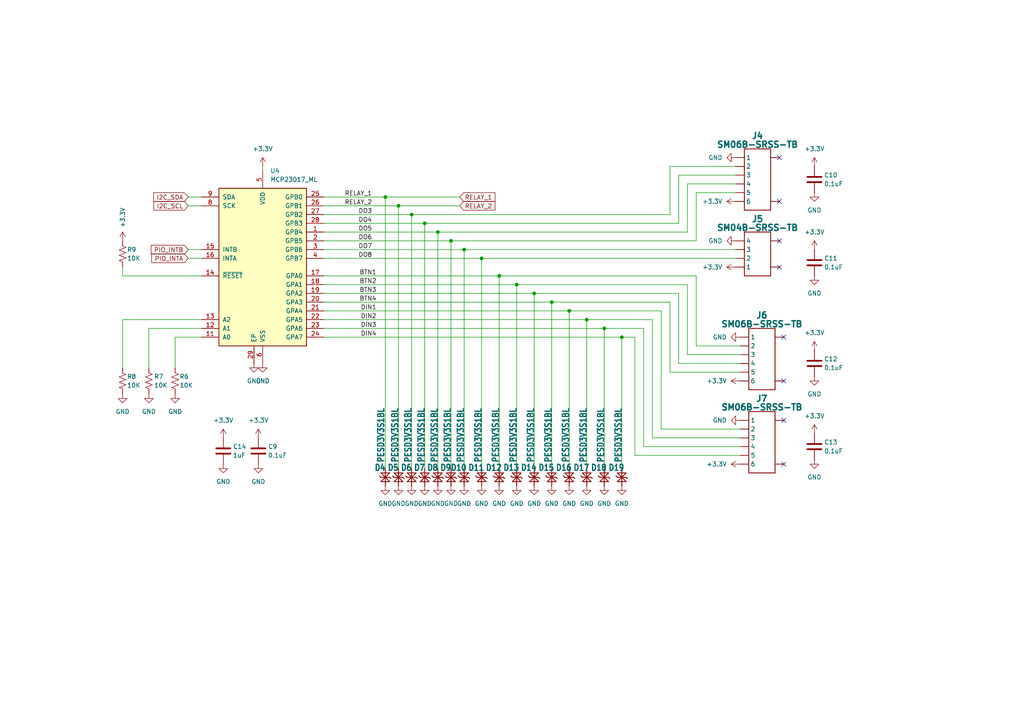
<source format=kicad_sch>
(kicad_sch (version 20231120) (generator "eeschema") (generator_version "8.0")
  (paper "A4")
  (title_block (title "Aquarius") (date "2025-02-12") (rev "1.5") (company "CRG Makes"))
  (lib_symbols
    (symbol "CRGM Connector:JST-SH-4"
      (property "Reference" "J" (at 0 2.794 0))
      (symbol "JST-SH-4_1_0"
        (polyline (pts (xy 0 -10.16) (xy 0 2.54)) (stroke (width 0.254)))
        (polyline (pts (xy 0 2.54) (xy 7.62 2.54)) (stroke (width 0.254)))
        (polyline (pts (xy 7.62 -10.16) (xy 0 -10.16)) (stroke (width 0.254)))
        (polyline (pts (xy 7.62 2.54) (xy 7.62 -10.16)) (stroke (width 0.254)))
        (pin bidirectional line (at 10.16 -7.62 180) (length 2.54) (name "0") (number "0"))
        (pin bidirectional line (at -2.54 -7.62 0) (length 2.54) (name "1") (number "1"))
        (pin bidirectional line (at -2.54 -5.08 0) (length 2.54) (name "2") (number "2"))
        (pin bidirectional line (at -2.54 -2.54 0) (length 2.54) (name "3") (number "3"))
        (pin bidirectional line (at -2.54 0 0) (length 2.54) (name "4") (number "4"))
        (pin bidirectional line (at 10.16 0 180) (length 2.54) (name "5") (number "5"))
      )
    )
    (symbol "CRGM Connector:JST-SH-6"
      (property "Reference" "J" (at 0 2.794 0))
      (symbol "JST-SH-6_1_0"
        (polyline (pts (xy 0 -15.24) (xy 0 2.54)) (stroke (width 0.254)))
        (polyline (pts (xy 0 2.54) (xy 7.62 2.54)) (stroke (width 0.254)))
        (polyline (pts (xy 7.62 -15.24) (xy 0 -15.24)) (stroke (width 0.254)))
        (polyline (pts (xy 7.62 2.54) (xy 7.62 -15.24)) (stroke (width 0.254)))
        (pin bidirectional line (at 10.16 0 180) (length 2.54) (name "0") (number "0"))
        (pin bidirectional line (at -2.54 0 0) (length 2.54) (name "1") (number "1"))
        (pin bidirectional line (at -2.54 -2.54 0) (length 2.54) (name "2") (number "2"))
        (pin bidirectional line (at -2.54 -5.08 0) (length 2.54) (name "3") (number "3"))
        (pin bidirectional line (at -2.54 -7.62 0) (length 2.54) (name "4") (number "4"))
        (pin bidirectional line (at -2.54 -10.16 0) (length 2.54) (name "5") (number "5"))
        (pin bidirectional line (at -2.54 -12.7 0) (length 2.54) (name "6") (number "6"))
        (pin bidirectional line (at 10.16 -12.7 180) (length 2.54) (name "7") (number "7"))
      )
    )
    (symbol "CRGM Passive:PESD3V3S1BL"
      (property "Reference" "D" (at -4.318 2.286 0))
      (symbol "PESD3V3S1BL_1_0"
        (polyline (pts (xy -2.54 0) (xy 2.54 0)) (stroke (width 0.254)))
        (polyline (pts (xy -1.27 -1.27) (xy -1.27 1.27)) (stroke (width 0.254)))
        (polyline (pts (xy -1.27 1.27) (xy -0.0101 0.0101)) (stroke (width 0.254)))
        (polyline (pts (xy -0.3445 -1.6043) (xy -0.3573 -1.6043)) (stroke (width 0.254)))
        (polyline (pts (xy -0.0101 -1.27) (xy -0.3445 -1.6043)) (stroke (width 0.254)))
        (polyline (pts (xy -0.0101 -0.0101) (xy -1.27 -1.27)) (stroke (width 0.254)))
        (polyline (pts (xy -0.0101 0.0101) (xy -0.0101 -0.0101)) (stroke (width 0.254)))
        (polyline (pts (xy -0.0101 1.2955) (xy -0.0101 -1.27)) (stroke (width 0.254)))
        (polyline (pts (xy -0.0101 1.2955) (xy 0.3778 1.6835)) (stroke (width 0.254)))
        (polyline (pts (xy 0.0101 -0.0101) (xy 1.27 -1.27)) (stroke (width 0.254)))
        (polyline (pts (xy 0.0101 0.0101) (xy 0.0101 -0.0101)) (stroke (width 0.254)))
        (polyline (pts (xy 0.3778 1.6835) (xy 0.3981 1.6835)) (stroke (width 0.254)))
        (polyline (pts (xy 1.27 -1.27) (xy 1.27 1.27)) (stroke (width 0.254)))
        (polyline (pts (xy 1.27 1.27) (xy 0.0101 0.0101)) (stroke (width 0.254)))
        (pin bidirectional line (at -2.54 0 0) (length 0) (name "K1") (number "1"))
        (pin bidirectional line (at 2.54 0 180) (length 0) (name "K2") (number "2"))
      )
    )
    (symbol "Device:C" (pin_numbers hide) (pin_names (offset 0.254))
      (property "Reference" "C" (at 0.635 2.54 0))
      (property "Value" "C" (at 0.635 -2.54 0))
      (symbol "C_0_1"
        (polyline (pts (xy -2.032 -0.762) (xy 2.032 -0.762)) (stroke (width 0.508)))
        (polyline (pts (xy -2.032 0.762) (xy 2.032 0.762)) (stroke (width 0.508)))
      )
      (symbol "C_1_1"
        (pin passive line (at 0 3.81 270) (length 2.794) (name "~") (number "1"))
        (pin passive line (at 0 -3.81 90) (length 2.794) (name "~") (number "2"))
      )
    )
    (symbol "Device:R_US" (pin_numbers hide) (pin_names (offset 0))
      (property "Reference" "R" (at 2.54 0 90))
      (property "Value" "R_US" (at -2.54 0 90))
      (symbol "R_US_0_1"
        (polyline (pts (xy 0 -2.286) (xy 0 -2.54)))
        (polyline (pts (xy 0 2.286) (xy 0 2.54)))
        (polyline (pts (xy 0 -0.762) (xy 1.016 -1.143) (xy 0 -1.524) (xy -1.016 -1.905) (xy 0 -2.286)))
        (polyline (pts (xy 0 0.762) (xy 1.016 0.381) (xy 0 0) (xy -1.016 -0.381) (xy 0 -0.762)))
        (polyline (pts (xy 0 2.286) (xy 1.016 1.905) (xy 0 1.524) (xy -1.016 1.143) (xy 0 0.762)))
      )
      (symbol "R_US_1_1"
        (pin passive line (at 0 3.81 270) (length 1.27) (name "~") (number "1"))
        (pin passive line (at 0 -3.81 90) (length 1.27) (name "~") (number "2"))
      )
    )
    (symbol "Interface_Expansion:MCP23017_ML" (pin_names (offset 1.016))
      (property "Reference" "U" (at -11.43 24.13 0))
      (property "Value" "MCP23017_ML" (at 0 0 0))
      (symbol "MCP23017_ML_0_1"
        (rectangle (start -12.7 22.86) (end 12.7 -22.86) (stroke (width 0.254)) (fill (type background)))
      )
      (symbol "MCP23017_ML_1_1"
        (pin bidirectional line (at 17.78 10.16 180) (length 5.08) (name "GPB4") (number "1"))
        (pin no_connect line (at -12.7 12.7 0) (length 5.08) hide (name "NC") (number "10"))
        (pin input line (at -17.78 -20.32 0) (length 5.08) (name "A0") (number "11"))
        (pin input line (at -17.78 -17.78 0) (length 5.08) (name "A1") (number "12"))
        (pin input line (at -17.78 -15.24 0) (length 5.08) (name "A2") (number "13"))
        (pin input line (at -17.78 -2.54 0) (length 5.08) (name "~{RESET}") (number "14"))
        (pin tri_state line (at -17.78 5.08 0) (length 5.08) (name "INTB") (number "15"))
        (pin tri_state line (at -17.78 2.54 0) (length 5.08) (name "INTA") (number "16"))
        (pin bidirectional line (at 17.78 -2.54 180) (length 5.08) (name "GPA0") (number "17"))
        (pin bidirectional line (at 17.78 -5.08 180) (length 5.08) (name "GPA1") (number "18"))
        (pin bidirectional line (at 17.78 -7.62 180) (length 5.08) (name "GPA2") (number "19"))
        (pin bidirectional line (at 17.78 7.62 180) (length 5.08) (name "GPB5") (number "2"))
        (pin bidirectional line (at 17.78 -10.16 180) (length 5.08) (name "GPA3") (number "20"))
        (pin bidirectional line (at 17.78 -12.7 180) (length 5.08) (name "GPA4") (number "21"))
        (pin bidirectional line (at 17.78 -15.24 180) (length 5.08) (name "GPA5") (number "22"))
        (pin bidirectional line (at 17.78 -17.78 180) (length 5.08) (name "GPA6") (number "23"))
        (pin output line (at 17.78 -20.32 180) (length 5.08) (name "GPA7") (number "24"))
        (pin bidirectional line (at 17.78 20.32 180) (length 5.08) (name "GPB0") (number "25"))
        (pin bidirectional line (at 17.78 17.78 180) (length 5.08) (name "GPB1") (number "26"))
        (pin bidirectional line (at 17.78 15.24 180) (length 5.08) (name "GPB2") (number "27"))
        (pin bidirectional line (at 17.78 12.7 180) (length 5.08) (name "GPB3") (number "28"))
        (pin passive line (at -2.54 -27.94 90) (length 5.08) (name "EP") (number "29"))
        (pin bidirectional line (at 17.78 5.08 180) (length 5.08) (name "GPB6") (number "3"))
        (pin output line (at 17.78 2.54 180) (length 5.08) (name "GPB7") (number "4"))
        (pin power_in line (at 0 27.94 270) (length 5.08) (name "VDD") (number "5"))
        (pin power_in line (at 0 -27.94 90) (length 5.08) (name "VSS") (number "6"))
        (pin no_connect line (at -12.7 15.24 0) (length 5.08) hide (name "NC") (number "7"))
        (pin input line (at -17.78 17.78 0) (length 5.08) (name "SCK") (number "8"))
        (pin bidirectional line (at -17.78 20.32 0) (length 5.08) (name "SDA") (number "9"))
      )
    )
    (symbol "power:+3.3V" (power) (pin_numbers hide) (pin_names (offset 0) hide)
      (property "Value" "+3.3V" (at 0 3.556 0))
      (symbol "+3.3V_0_1"
        (polyline (pts (xy -0.762 1.27) (xy 0 2.54)))
        (polyline (pts (xy 0 0) (xy 0 2.54)))
        (polyline (pts (xy 0 2.54) (xy 0.762 1.27)))
      )
      (symbol "+3.3V_1_1"
        (pin power_in line (at 0 0 90) (length 0) (name "~") (number "1"))
      )
    )
    (symbol "power:GND" (power) (pin_numbers hide) (pin_names (offset 0) hide)
      (property "Value" "GND" (at 0 -3.81 0))
      (symbol "GND_0_1"
        (polyline (pts (xy 0 0) (xy 0 -1.27) (xy 1.27 -1.27) (xy 0 -2.54) (xy -1.27 -1.27) (xy 0 -1.27)))
      )
      (symbol "GND_1_1"
        (pin power_in line (at 0 0 270) (length 0) (name "~") (number "1"))
      )
    )
  )
  (junction (at 119.38 62.23))
  (junction (at 139.7 74.93))
  (junction (at 134.62 72.39))
  (junction (at 154.94 85.09))
  (junction (at 165.1 90.17))
  (junction (at 175.26 95.25))
  (junction (at 180.34 97.79))
  (junction (at 127 67.31))
  (junction (at 111.76 57.15))
  (junction (at 130.81 69.85))
  (junction (at 123.19 64.77))
  (junction (at 149.86 82.55))
  (junction (at 144.78 80.01))
  (junction (at 170.18 92.71))
  (junction (at 115.57 59.69))
  (junction (at 160.02 87.63))
  (no_connect (at 226.06 45.72))
  (no_connect (at 226.06 77.47))
  (no_connect (at 227.33 97.79))
  (no_connect (at 227.33 110.49))
  (no_connect (at 227.33 121.92))
  (no_connect (at 226.06 58.42))
  (no_connect (at 226.06 69.85))
  (no_connect (at 227.33 134.62))
  (wire (pts (xy 130.81 69.85) (xy 201.93 69.85)))
  (wire (pts (xy 127 67.31) (xy 199.39 67.31)))
  (wire (pts (xy 123.19 64.77) (xy 123.19 135.89)))
  (wire (pts (xy 43.18 95.25) (xy 43.18 106.68)))
  (wire (pts (xy 115.57 59.69) (xy 115.57 135.89)))
  (wire (pts (xy 196.85 50.8) (xy 213.36 50.8)))
  (wire (pts (xy 93.98 62.23) (xy 119.38 62.23)))
  (wire (pts (xy 54.61 74.93) (xy 58.42 74.93)))
  (wire (pts (xy 165.1 90.17) (xy 191.77 90.17)))
  (wire (pts (xy 58.42 95.25) (xy 43.18 95.25)))
  (wire (pts (xy 170.18 92.71) (xy 170.18 135.89)))
  (wire (pts (xy 54.61 72.39) (xy 58.42 72.39)))
  (wire (pts (xy 58.42 97.79) (xy 50.8 97.79)))
  (wire (pts (xy 93.98 64.77) (xy 123.19 64.77)))
  (wire (pts (xy 214.63 127) (xy 189.23 127)))
  (wire (pts (xy 196.85 105.41) (xy 196.85 85.09)))
  (wire (pts (xy 93.98 82.55) (xy 149.86 82.55)))
  (wire (pts (xy 201.93 80.01) (xy 201.93 100.33)))
  (wire (pts (xy 180.34 97.79) (xy 180.34 135.89)))
  (wire (pts (xy 214.63 105.41) (xy 196.85 105.41)))
  (wire (pts (xy 35.56 80.01) (xy 58.42 80.01)))
  (wire (pts (xy 134.62 72.39) (xy 134.62 135.89)))
  (wire (pts (xy 175.26 95.25) (xy 186.69 95.25)))
  (wire (pts (xy 93.98 97.79) (xy 180.34 97.79)))
  (wire (pts (xy 54.61 57.15) (xy 58.42 57.15)))
  (wire (pts (xy 93.98 92.71) (xy 170.18 92.71)))
  (wire (pts (xy 201.93 55.88) (xy 213.36 55.88)))
  (wire (pts (xy 180.34 97.79) (xy 184.15 97.79)))
  (wire (pts (xy 93.98 69.85) (xy 130.81 69.85)))
  (wire (pts (xy 191.77 124.46) (xy 191.77 90.17)))
  (wire (pts (xy 50.8 97.79) (xy 50.8 106.68)))
  (wire (pts (xy 213.36 53.34) (xy 199.39 53.34)))
  (wire (pts (xy 160.02 87.63) (xy 194.31 87.63)))
  (wire (pts (xy 186.69 95.25) (xy 186.69 129.54)))
  (wire (pts (xy 119.38 62.23) (xy 194.31 62.23)))
  (wire (pts (xy 93.98 67.31) (xy 127 67.31)))
  (wire (pts (xy 194.31 107.95) (xy 194.31 87.63)))
  (wire (pts (xy 186.69 129.54) (xy 214.63 129.54)))
  (wire (pts (xy 201.93 69.85) (xy 201.93 55.88)))
  (wire (pts (xy 154.94 85.09) (xy 154.94 135.89)))
  (wire (pts (xy 93.98 95.25) (xy 175.26 95.25)))
  (wire (pts (xy 201.93 100.33) (xy 214.63 100.33)))
  (wire (pts (xy 123.19 64.77) (xy 196.85 64.77)))
  (wire (pts (xy 54.61 59.69) (xy 58.42 59.69)))
  (wire (pts (xy 134.62 72.39) (xy 213.36 72.39)))
  (wire (pts (xy 130.81 135.89) (xy 130.81 69.85)))
  (wire (pts (xy 154.94 85.09) (xy 196.85 85.09)))
  (wire (pts (xy 35.56 92.71) (xy 35.56 106.68)))
  (wire (pts (xy 111.76 57.15) (xy 133.35 57.15)))
  (wire (pts (xy 214.63 107.95) (xy 194.31 107.95)))
  (wire (pts (xy 76.2 48.26) (xy 76.2 49.53)))
  (wire (pts (xy 93.98 59.69) (xy 115.57 59.69)))
  (wire (pts (xy 199.39 102.87) (xy 199.39 82.55)))
  (wire (pts (xy 175.26 95.25) (xy 175.26 135.89)))
  (wire (pts (xy 58.42 92.71) (xy 35.56 92.71)))
  (wire (pts (xy 144.78 80.01) (xy 201.93 80.01)))
  (wire (pts (xy 160.02 87.63) (xy 160.02 135.89)))
  (wire (pts (xy 144.78 80.01) (xy 144.78 135.89)))
  (wire (pts (xy 93.98 87.63) (xy 160.02 87.63)))
  (wire (pts (xy 199.39 53.34) (xy 199.39 67.31)))
  (wire (pts (xy 139.7 74.93) (xy 213.36 74.93)))
  (wire (pts (xy 184.15 132.08) (xy 184.15 97.79)))
  (wire (pts (xy 214.63 102.87) (xy 199.39 102.87)))
  (wire (pts (xy 165.1 90.17) (xy 165.1 135.89)))
  (wire (pts (xy 213.36 48.26) (xy 194.31 48.26)))
  (wire (pts (xy 119.38 62.23) (xy 119.38 135.89)))
  (wire (pts (xy 93.98 74.93) (xy 139.7 74.93)))
  (wire (pts (xy 194.31 48.26) (xy 194.31 62.23)))
  (wire (pts (xy 214.63 124.46) (xy 191.77 124.46)))
  (wire (pts (xy 111.76 57.15) (xy 111.76 135.89)))
  (wire (pts (xy 93.98 72.39) (xy 134.62 72.39)))
  (wire (pts (xy 149.86 135.89) (xy 149.86 82.55)))
  (wire (pts (xy 93.98 90.17) (xy 165.1 90.17)))
  (wire (pts (xy 139.7 74.93) (xy 139.7 135.89)))
  (wire (pts (xy 127 67.31) (xy 127 135.89)))
  (wire (pts (xy 189.23 127) (xy 189.23 92.71)))
  (wire (pts (xy 93.98 80.01) (xy 144.78 80.01)))
  (wire (pts (xy 196.85 64.77) (xy 196.85 50.8)))
  (wire (pts (xy 149.86 82.55) (xy 199.39 82.55)))
  (wire (pts (xy 115.57 59.69) (xy 133.35 59.69)))
  (wire (pts (xy 214.63 132.08) (xy 184.15 132.08)))
  (wire (pts (xy 35.56 77.47) (xy 35.56 80.01)))
  (wire (pts (xy 93.98 57.15) (xy 111.76 57.15)))
  (wire (pts (xy 93.98 85.09) (xy 154.94 85.09)))
  (wire (pts (xy 170.18 92.71) (xy 189.23 92.71)))
  (label "RELAY_2" (at 107.95 59.69 180))
  (label "DO3" (at 107.95 62.23 180))
  (label "DO5" (at 107.95 67.31 180))
  (label "BTN1" (at 109.22 80.01 180))
  (label "BTN4" (at 109.22 87.63 180))
  (label "DIN4" (at 109.22 97.79 180))
  (label "DIN3" (at 109.22 95.25 180))
  (label "RELAY_1" (at 107.95 57.15 180))
  (label "BTN2" (at 109.22 82.55 180))
  (label "DO4" (at 107.95 64.77 180))
  (label "DO8" (at 107.95 74.93 180))
  (label "BTN3" (at 109.22 85.09 180))
  (label "DIN1" (at 109.22 90.17 180))
  (label "DO7" (at 107.95 72.39 180))
  (label "DO6" (at 107.95 69.85 180))
  (label "DIN2" (at 109.22 92.71 180))
  (global_label "I2C_SCL" (shape input) (at 54.61 59.69 180) (property "Intersheetrefs" "${INTERSHEET_REFS}" (at 44.0653 59.69 0) (effects (justify right))))
  (global_label "RELAY_1" (shape input) (at 133.35 57.15 0) (property "Intersheetrefs" "${INTERSHEET_REFS}" (at 144.1366 57.15 0) (effects (justify left))))
  (global_label "I2C_SDA" (shape input) (at 54.61 57.15 180) (property "Intersheetrefs" "${INTERSHEET_REFS}" (at 44.0048 57.15 0) (effects (justify right))))
  (global_label "PIO_INTB" (shape input) (at 54.61 72.39 180) (property "Intersheetrefs" "${INTERSHEET_REFS}" (at 43.279 72.39 0) (effects (justify right))))
  (global_label "RELAY_2" (shape input) (at 133.35 59.69 0) (property "Intersheetrefs" "${INTERSHEET_REFS}" (at 144.1366 59.69 0) (effects (justify left))))
  (global_label "PIO_INTA" (shape input) (at 54.61 74.93 180) (property "Intersheetrefs" "${INTERSHEET_REFS}" (at 43.4604 74.93 0) (effects (justify right))))
  (symbol (lib_id "power:GND") (at 134.62 140.97 0) (unit 1)
    (property "Reference" "#PWR055" (effects (hide yes)))
    (property "Value" "GND" (at 134.62 146.05 0))
    (property "Description" "Power symbol creates a global label with name \"GND\" , ground" (effects (hide yes)))
  )
  (symbol (lib_id "power:+3.3V") (at 213.36 58.42 90) (unit 1)
    (property "Reference" "#PWR041" (effects (hide yes)))
    (property "Value" "+3.3V" (at 209.55 58.4199 90) (effects (justify left)))
    (property "Description" "Power symbol creates a global label with name \"+3.3V\"" (effects (hide yes)))
  )
  (symbol (lib_id "Device:R_US") (at 43.18 110.49 0) (unit 1)
    (property "Reference" "R7" (at 44.704 109.22 0) (effects (justify left)))
    (property "Value" "10K" (at 44.704 111.76 0) (effects (justify left)))
    (property "Footprint" "Resistor_SMD:R_0603_1608Metric" (effects (hide yes)))
    (property "Datasheet" "https://wmsc.lcsc.com/wmsc/upload/file/pdf/v2/lcsc/2308241009_FOJAN-FRC0603J103TS_C2930027.pdf" (effects (hide yes)))
    (property "Description" "Resistor, US symbol" (effects (hide yes)))
    (property "LCSC_PN" "C2930027" (effects (hide yes)))
    (property "MF" "FOJAN" (effects (hide yes)))
    (property "MPN" "FRC0603J103TS" (effects (hide yes)))
  )
  (symbol (lib_id "Device:C") (at 236.22 129.54 0) (unit 1)
    (property "Reference" "C13" (at 239.014 128.27 0) (effects (justify left)))
    (property "Value" "0.1uF" (at 239.014 130.81 0) (effects (justify left)))
    (property "Footprint" "Capacitor_SMD:C_0603_1608Metric" (effects (hide yes)))
    (property "Datasheet" "https://www.lcsc.com/datasheet/lcsc_datasheet_1810271710_Samsung-Electro-Mechanics-CL10B104KO8NNNC_C66501.pdf" (effects (hide yes)))
    (property "Description" "Unpolarized capacitor" (effects (hide yes)))
    (property "LCSC_PN" "C66501" (effects (hide yes)))
    (property "MF" "Samsung" (effects (hide yes)))
    (property "MPN" "CL10B104KO8NNNC" (effects (hide yes)))
  )
  (symbol (lib_id "CRGM Connector:JST-SH-6") (at 217.17 97.79 0) (unit 1)
    (property "Reference" "J6" (at 220.98 91.44 0) (effects (font (size 1.778 1.778) (thickness 0.3556) (bold yes))))
    (property "Value" "SM06B-SRSS-TB" (at 220.98 93.98 0) (effects (font (size 1.778 1.778) (thickness 0.3556) (bold yes))))
    (property "Footprint" "Connector_JST:JST_SH_BM06B-SRSS-TB_1x06-1MP_P1.00mm_Vertical" (effects (hide yes)))
    (property "Datasheet" "https://www.digikey.com/en/products/detail/jst-sales-america-inc/BM06B-SRSS-TB/926698" (effects (hide yes)))
    (property "Description" "JST SH 1.0mm 6 Position<br><a href=\"https://jlcpcb.com/partdetail/Hctl-HC_1_06PWT/C2845365\">HC-1.0-6PWT</a>" (effects (hide yes)))
    (property "LCSC_PN" "C2845374" (effects (hide yes)))
    (property "MF" "JST" (effects (hide yes)))
    (property "MPN" "SM06B-SRSS-TB" (effects (hide yes)))
  )
  (symbol (lib_id "power:+3.3V") (at 35.56 69.85 0) (unit 1)
    (property "Reference" "#PWR038" (effects (hide yes)))
    (property "Value" "+3.3V" (at 35.5599 66.04 90) (effects (justify left)))
    (property "Description" "Power symbol creates a global label with name \"+3.3V\"" (effects (hide yes)))
  )
  (symbol (lib_id "CRGM Passive:PESD3V3S1BL") (at 160.02 138.43 90) (unit 1)
    (property "Reference" "D15" (at 155.956 135.636 90) (effects (font (size 1.778 1.5113) (thickness 0.3023) (bold yes)) (justify right)))
    (property "Value" "PESD3V3S1BL" (at 159.004 118.11 0) (effects (font (size 1.778 1.5113) (thickness 0.3023) (bold yes)) (justify right)))
    (property "Footprint" "CRGM Passive:DFN1006-2" (effects (hide yes)))
    (property "Datasheet" "https://assets.nexperia.com/documents/data-sheet/PESD3V3S1BL.pdf" (effects (hide yes)))
    (property "Description" "PESD3V3S1BL - Low capacitance bidirectional ESD protection diode\n\nVrwm=3.3v\nSource: https://assets.nexperia.com/documents/data-sheet/PESD3V3S1BL.pdf  Datasheet\nJLCPCB - C552521  Alternate https://jlcpcb.com/partdetail/DiodesIncorporated-DESD3V3S1BL7B/C500765 DESD3V3S1BL\nJLCPCB - C500765\nhttps://jlcpcb.com/partdetail/Fuxinsemi-LESD8D33CAT5G/C5563754 LESD8D3.3CAT5G\nJLCPCB - C5563754" (effects (hide yes)))
    (property "LCSC_PN" "C552521" (effects (hide yes)))
    (property "MF" "Nexperia" (effects (hide yes)))
    (property "MPN" "PESD3V3S1BLYL" (effects (hide yes)))
  )
  (symbol (lib_id "power:GND") (at 154.94 140.97 0) (unit 1)
    (property "Reference" "#PWR059" (effects (hide yes)))
    (property "Value" "GND" (at 154.94 146.05 0))
    (property "Description" "Power symbol creates a global label with name \"GND\" , ground" (effects (hide yes)))
  )
  (symbol (lib_id "power:GND") (at 127 140.97 0) (unit 1)
    (property "Reference" "#PWR053" (effects (hide yes)))
    (property "Value" "GND" (at 127 146.05 0))
    (property "Description" "Power symbol creates a global label with name \"GND\" , ground" (effects (hide yes)))
  )
  (symbol (lib_id "Interface_Expansion:MCP23017_ML") (at 76.2 77.47 0) (unit 1)
    (property "Reference" "U4" (at 78.3941 49.53 0) (effects (justify left)))
    (property "Value" "MCP23017_ML" (at 78.3941 52.07 0) (effects (justify left)))
    (property "Footprint" "Package_DFN_QFN:QFN-28-1EP_6x6mm_P0.65mm_EP4.25x4.25mm" (effects (hide yes)))
    (property "Datasheet" "https://ww1.microchip.com/downloads/aemDocuments/documents/APID/ProductDocuments/DataSheets/MCP23017-Data-Sheet-DS20001952.pdf" (effects (hide yes)))
    (property "Description" "16-bit I/O expander, I2C, interrupts, w pull-ups, GPA/B7 output only (https://microchip.my.site.com/s/article/GPA7---GPB7-Cannot-Be-Used-as-Inputs-In-MCP23017), QFN-28" (effects (hide yes)))
    (property "LCSC_PN" "C629439" (effects (hide yes)))
    (property "MF" "Microchip Tech" (effects (hide yes)))
    (property "MPN" "MCP23017T-E/ML" (effects (hide yes)))
  )
  (symbol (lib_id "CRGM Passive:PESD3V3S1BL") (at 144.78 138.43 90) (unit 1)
    (property "Reference" "D12" (at 140.716 135.636 90) (effects (font (size 1.778 1.5113) (thickness 0.3023) (bold yes)) (justify right)))
    (property "Value" "PESD3V3S1BL" (at 143.764 118.11 0) (effects (font (size 1.778 1.5113) (thickness 0.3023) (bold yes)) (justify right)))
    (property "Footprint" "CRGM Passive:DFN1006-2" (effects (hide yes)))
    (property "Datasheet" "https://assets.nexperia.com/documents/data-sheet/PESD3V3S1BL.pdf" (effects (hide yes)))
    (property "Description" "PESD3V3S1BL - Low capacitance bidirectional ESD protection diode\n\nVrwm=3.3v\nSource: https://assets.nexperia.com/documents/data-sheet/PESD3V3S1BL.pdf  Datasheet\nJLCPCB - C552521  Alternate https://jlcpcb.com/partdetail/DiodesIncorporated-DESD3V3S1BL7B/C500765 DESD3V3S1BL\nJLCPCB - C500765\nhttps://jlcpcb.com/partdetail/Fuxinsemi-LESD8D33CAT5G/C5563754 LESD8D3.3CAT5G\nJLCPCB - C5563754" (effects (hide yes)))
    (property "LCSC_PN" "C552521" (effects (hide yes)))
    (property "MF" "Nexperia" (effects (hide yes)))
    (property "MPN" "PESD3V3S1BLYL" (effects (hide yes)))
  )
  (symbol (lib_id "power:+3.3V") (at 74.93 127 0) (unit 1)
    (property "Reference" "#PWR040" (effects (hide yes)))
    (property "Value" "+3.3V" (at 74.93 121.92 0))
    (property "Description" "Power symbol creates a global label with name \"+3.3V\"" (effects (hide yes)))
  )
  (symbol (lib_id "CRGM Passive:PESD3V3S1BL") (at 139.7 138.43 90) (unit 1)
    (property "Reference" "D11" (at 135.636 135.636 90) (effects (font (size 1.778 1.5113) (thickness 0.3023) (bold yes)) (justify right)))
    (property "Value" "PESD3V3S1BL" (at 138.684 118.11 0) (effects (font (size 1.778 1.5113) (thickness 0.3023) (bold yes)) (justify right)))
    (property "Footprint" "CRGM Passive:DFN1006-2" (effects (hide yes)))
    (property "Datasheet" "https://assets.nexperia.com/documents/data-sheet/PESD3V3S1BL.pdf" (effects (hide yes)))
    (property "Description" "PESD3V3S1BL - Low capacitance bidirectional ESD protection diode\n\nVrwm=3.3v\nSource: https://assets.nexperia.com/documents/data-sheet/PESD3V3S1BL.pdf  Datasheet\nJLCPCB - C552521  Alternate https://jlcpcb.com/partdetail/DiodesIncorporated-DESD3V3S1BL7B/C500765 DESD3V3S1BL\nJLCPCB - C500765\nhttps://jlcpcb.com/partdetail/Fuxinsemi-LESD8D33CAT5G/C5563754 LESD8D3.3CAT5G\nJLCPCB - C5563754" (effects (hide yes)))
    (property "LCSC_PN" "C552521" (effects (hide yes)))
    (property "MF" "Nexperia" (effects (hide yes)))
    (property "MPN" "PESD3V3S1BLYL" (effects (hide yes)))
  )
  (symbol (lib_id "power:GND") (at 213.36 69.85 270) (unit 1)
    (property "Reference" "#PWR047" (effects (hide yes)))
    (property "Value" "GND" (at 209.55 69.8499 90) (effects (justify right)))
    (property "Description" "Power symbol creates a global label with name \"GND\" , ground" (effects (hide yes)))
  )
  (symbol (lib_id "power:+3.3V") (at 236.22 48.26 0) (unit 1)
    (property "Reference" "#PWR065" (effects (hide yes)))
    (property "Value" "+3.3V" (at 236.22 43.18 0))
    (property "Description" "Power symbol creates a global label with name \"+3.3V\"" (effects (hide yes)))
  )
  (symbol (lib_id "power:+3.3V") (at 214.63 110.49 90) (unit 1)
    (property "Reference" "#PWR044" (effects (hide yes)))
    (property "Value" "+3.3V" (at 210.82 110.4899 90) (effects (justify left)))
    (property "Description" "Power symbol creates a global label with name \"+3.3V\"" (effects (hide yes)))
  )
  (symbol (lib_id "power:+3.3V") (at 76.2 48.26 0) (unit 1)
    (property "Reference" "#PWR033" (effects (hide yes)))
    (property "Value" "+3.3V" (at 76.2 43.18 0))
    (property "Description" "Power symbol creates a global label with name \"+3.3V\"" (effects (hide yes)))
  )
  (symbol (lib_id "power:GND") (at 236.22 55.88 0) (unit 1)
    (property "Reference" "#PWR066" (effects (hide yes)))
    (property "Value" "GND" (at 236.22 60.96 0))
    (property "Description" "Power symbol creates a global label with name \"GND\" , ground" (effects (hide yes)))
  )
  (symbol (lib_id "power:GND") (at 214.63 121.92 270) (unit 1)
    (property "Reference" "#PWR045" (effects (hide yes)))
    (property "Value" "GND" (at 210.82 121.9199 90) (effects (justify right)))
    (property "Description" "Power symbol creates a global label with name \"GND\" , ground" (effects (hide yes)))
  )
  (symbol (lib_id "power:GND") (at 35.56 114.3 0) (unit 1)
    (property "Reference" "#PWR034" (effects (hide yes)))
    (property "Value" "GND" (at 35.56 119.38 0))
    (property "Description" "Power symbol creates a global label with name \"GND\" , ground" (effects (hide yes)))
  )
  (symbol (lib_id "power:+3.3V") (at 236.22 125.73 0) (unit 1)
    (property "Reference" "#PWR071" (effects (hide yes)))
    (property "Value" "+3.3V" (at 236.22 120.65 0))
    (property "Description" "Power symbol creates a global label with name \"+3.3V\"" (effects (hide yes)))
  )
  (symbol (lib_id "power:GND") (at 73.66 105.41 0) (unit 1)
    (property "Reference" "#PWR023" (effects (hide yes)))
    (property "Value" "GND" (at 73.66 110.49 0))
    (property "Description" "Power symbol creates a global label with name \"GND\" , ground" (effects (hide yes)))
  )
  (symbol (lib_id "Device:C") (at 64.77 130.81 0) (unit 1)
    (property "Reference" "C14" (at 67.564 129.54 0) (effects (justify left)))
    (property "Value" "1uF" (at 67.564 132.08 0) (effects (justify left)))
    (property "Footprint" "Capacitor_SMD:C_0603_1608Metric" (effects (hide yes)))
    (property "Datasheet" "https://jlcpcb.com/partdetail/Hre-CGA0603X5R105K160JT/C6119849" (effects (hide yes)))
    (property "Description" "Unpolarized capacitor" (effects (hide yes)))
    (property "LCSC_PN" "C6119849" (effects (hide yes)))
    (property "MF" "HRE" (effects (hide yes)))
    (property "MPN" "CGA0603X5R105K160JT" (effects (hide yes)))
  )
  (symbol (lib_id "Device:C") (at 236.22 52.07 0) (unit 1)
    (property "Reference" "C10" (at 239.014 50.8 0) (effects (justify left)))
    (property "Value" "0.1uF" (at 239.014 53.34 0) (effects (justify left)))
    (property "Footprint" "Capacitor_SMD:C_0603_1608Metric" (effects (hide yes)))
    (property "Datasheet" "https://www.lcsc.com/datasheet/lcsc_datasheet_1810271710_Samsung-Electro-Mechanics-CL10B104KO8NNNC_C66501.pdf" (effects (hide yes)))
    (property "Description" "Unpolarized capacitor" (effects (hide yes)))
    (property "LCSC_PN" "C66501" (effects (hide yes)))
    (property "MF" "Samsung" (effects (hide yes)))
    (property "MPN" "CL10B104KO8NNNC" (effects (hide yes)))
  )
  (symbol (lib_id "power:GND") (at 119.38 140.97 0) (unit 1)
    (property "Reference" "#PWR051" (effects (hide yes)))
    (property "Value" "GND" (at 119.38 146.05 0))
    (property "Description" "Power symbol creates a global label with name \"GND\" , ground" (effects (hide yes)))
  )
  (symbol (lib_id "CRGM Connector:JST-SH-6") (at 217.17 121.92 0) (unit 1)
    (property "Reference" "J7" (at 220.98 115.57 0) (effects (font (size 1.778 1.778) (thickness 0.3556) (bold yes))))
    (property "Value" "SM06B-SRSS-TB" (at 220.98 118.11 0) (effects (font (size 1.778 1.778) (thickness 0.3556) (bold yes))))
    (property "Footprint" "Connector_JST:JST_SH_BM06B-SRSS-TB_1x06-1MP_P1.00mm_Vertical" (effects (hide yes)))
    (property "Datasheet" "https://www.digikey.com/en/products/detail/jst-sales-america-inc/BM06B-SRSS-TB/926698" (effects (hide yes)))
    (property "Description" "JST SH 1.0mm 6 Position<br><a href=\"https://jlcpcb.com/partdetail/Hctl-HC_1_06PWT/C2845365\">HC-1.0-6PWT</a>" (effects (hide yes)))
    (property "LCSC_PN" "C2845374" (effects (hide yes)))
    (property "MF" "JST" (effects (hide yes)))
    (property "MPN" "SM06B-SRSS-TB" (effects (hide yes)))
  )
  (symbol (lib_id "power:GND") (at 213.36 45.72 270) (unit 1)
    (property "Reference" "#PWR042" (effects (hide yes)))
    (property "Value" "GND" (at 209.55 45.7199 90) (effects (justify right)))
    (property "Description" "Power symbol creates a global label with name \"GND\" , ground" (effects (hide yes)))
  )
  (symbol (lib_id "power:GND") (at 144.78 140.97 0) (unit 1)
    (property "Reference" "#PWR057" (effects (hide yes)))
    (property "Value" "GND" (at 144.78 146.05 0))
    (property "Description" "Power symbol creates a global label with name \"GND\" , ground" (effects (hide yes)))
  )
  (symbol (lib_id "power:+3.3V") (at 236.22 72.39 0) (unit 1)
    (property "Reference" "#PWR067" (effects (hide yes)))
    (property "Value" "+3.3V" (at 236.22 67.31 0))
    (property "Description" "Power symbol creates a global label with name \"+3.3V\"" (effects (hide yes)))
  )
  (symbol (lib_id "CRGM Connector:JST-SH-4") (at 215.9 69.85 0) (unit 1)
    (property "Reference" "J5" (at 219.71 63.5 0) (effects (font (size 1.778 1.778) (thickness 0.3556) (bold yes))))
    (property "Value" "SM04B-SRSS-TB" (at 219.71 66.04 0) (effects (font (size 1.778 1.778) (thickness 0.3556) (bold yes))))
    (property "Footprint" "Connector_JST:JST_SH_BM04B-SRSS-TB_1x04-1MP_P1.00mm_Vertical" (effects (hide yes)))
    (property "Datasheet" "https://jlcpcb.com/partdetail/Hdgc-1_0K_BH4PB/C2919601" (effects (hide yes)))
    (property "Description" "JST SH 1.0mm 4 Position" (effects (hide yes)))
    (property "LCSC_PN" "C2919601" (effects (hide yes)))
    (property "MF" "JST" (effects (hide yes)))
    (property "MPN" "SM04B-SRSS-TB" (effects (hide yes)))
  )
  (symbol (lib_id "power:GND") (at 111.76 140.97 0) (unit 1)
    (property "Reference" "#PWR049" (effects (hide yes)))
    (property "Value" "GND" (at 111.76 146.05 0))
    (property "Description" "Power symbol creates a global label with name \"GND\" , ground" (effects (hide yes)))
  )
  (symbol (lib_id "power:GND") (at 123.19 140.97 0) (unit 1)
    (property "Reference" "#PWR052" (effects (hide yes)))
    (property "Value" "GND" (at 123.19 146.05 0))
    (property "Description" "Power symbol creates a global label with name \"GND\" , ground" (effects (hide yes)))
  )
  (symbol (lib_id "power:GND") (at 170.18 140.97 0) (unit 1)
    (property "Reference" "#PWR062" (effects (hide yes)))
    (property "Value" "GND" (at 170.18 146.05 0))
    (property "Description" "Power symbol creates a global label with name \"GND\" , ground" (effects (hide yes)))
  )
  (symbol (lib_id "power:GND") (at 139.7 140.97 0) (unit 1)
    (property "Reference" "#PWR056" (effects (hide yes)))
    (property "Value" "GND" (at 139.7 146.05 0))
    (property "Description" "Power symbol creates a global label with name \"GND\" , ground" (effects (hide yes)))
  )
  (symbol (lib_id "Device:C") (at 236.22 105.41 0) (unit 1)
    (property "Reference" "C12" (at 239.014 104.14 0) (effects (justify left)))
    (property "Value" "0.1uF" (at 239.014 106.68 0) (effects (justify left)))
    (property "Footprint" "Capacitor_SMD:C_0603_1608Metric" (effects (hide yes)))
    (property "Datasheet" "https://www.lcsc.com/datasheet/lcsc_datasheet_1810271710_Samsung-Electro-Mechanics-CL10B104KO8NNNC_C66501.pdf" (effects (hide yes)))
    (property "Description" "Unpolarized capacitor" (effects (hide yes)))
    (property "LCSC_PN" "C66501" (effects (hide yes)))
    (property "MF" "Samsung" (effects (hide yes)))
    (property "MPN" "CL10B104KO8NNNC" (effects (hide yes)))
  )
  (symbol (lib_id "power:GND") (at 236.22 133.35 0) (unit 1)
    (property "Reference" "#PWR072" (effects (hide yes)))
    (property "Value" "GND" (at 236.22 138.43 0))
    (property "Description" "Power symbol creates a global label with name \"GND\" , ground" (effects (hide yes)))
  )
  (symbol (lib_id "CRGM Passive:PESD3V3S1BL") (at 165.1 138.43 90) (unit 1)
    (property "Reference" "D16" (at 161.036 135.636 90) (effects (font (size 1.778 1.5113) (thickness 0.3023) (bold yes)) (justify right)))
    (property "Value" "PESD3V3S1BL" (at 164.084 118.11 0) (effects (font (size 1.778 1.5113) (thickness 0.3023) (bold yes)) (justify right)))
    (property "Footprint" "CRGM Passive:DFN1006-2" (effects (hide yes)))
    (property "Datasheet" "https://assets.nexperia.com/documents/data-sheet/PESD3V3S1BL.pdf" (effects (hide yes)))
    (property "Description" "PESD3V3S1BL - Low capacitance bidirectional ESD protection diode\n\nVrwm=3.3v\nSource: https://assets.nexperia.com/documents/data-sheet/PESD3V3S1BL.pdf  Datasheet\nJLCPCB - C552521  Alternate https://jlcpcb.com/partdetail/DiodesIncorporated-DESD3V3S1BL7B/C500765 DESD3V3S1BL\nJLCPCB - C500765\nhttps://jlcpcb.com/partdetail/Fuxinsemi-LESD8D33CAT5G/C5563754 LESD8D3.3CAT5G\nJLCPCB - C5563754" (effects (hide yes)))
    (property "LCSC_PN" "C552521" (effects (hide yes)))
    (property "MF" "Nexperia" (effects (hide yes)))
    (property "MPN" "PESD3V3S1BLYL" (effects (hide yes)))
  )
  (symbol (lib_id "CRGM Passive:PESD3V3S1BL") (at 130.81 138.43 90) (unit 1)
    (property "Reference" "D9" (at 127.508 135.636 90) (effects (font (size 1.778 1.5113) (thickness 0.3023) (bold yes)) (justify right)))
    (property "Value" "PESD3V3S1BL" (at 129.794 118.11 0) (effects (font (size 1.778 1.5113) (thickness 0.3023) (bold yes)) (justify right)))
    (property "Footprint" "CRGM Passive:DFN1006-2" (effects (hide yes)))
    (property "Datasheet" "https://assets.nexperia.com/documents/data-sheet/PESD3V3S1BL.pdf" (effects (hide yes)))
    (property "Description" "PESD3V3S1BL - Low capacitance bidirectional ESD protection diode\n\nVrwm=3.3v\nSource: https://assets.nexperia.com/documents/data-sheet/PESD3V3S1BL.pdf  Datasheet\nJLCPCB - C552521  Alternate https://jlcpcb.com/partdetail/DiodesIncorporated-DESD3V3S1BL7B/C500765 DESD3V3S1BL\nJLCPCB - C500765\nhttps://jlcpcb.com/partdetail/Fuxinsemi-LESD8D33CAT5G/C5563754 LESD8D3.3CAT5G\nJLCPCB - C5563754" (effects (hide yes)))
    (property "LCSC_PN" "C552521" (effects (hide yes)))
    (property "MF" "Nexperia" (effects (hide yes)))
    (property "MPN" "PESD3V3S1BLYL" (effects (hide yes)))
  )
  (symbol (lib_id "power:GND") (at 236.22 109.22 0) (unit 1)
    (property "Reference" "#PWR070" (effects (hide yes)))
    (property "Value" "GND" (at 236.22 114.3 0))
    (property "Description" "Power symbol creates a global label with name \"GND\" , ground" (effects (hide yes)))
  )
  (symbol (lib_id "CRGM Passive:PESD3V3S1BL") (at 149.86 138.43 90) (unit 1)
    (property "Reference" "D13" (at 145.796 135.636 90) (effects (font (size 1.778 1.5113) (thickness 0.3023) (bold yes)) (justify right)))
    (property "Value" "PESD3V3S1BL" (at 148.844 118.11 0) (effects (font (size 1.778 1.5113) (thickness 0.3023) (bold yes)) (justify right)))
    (property "Footprint" "CRGM Passive:DFN1006-2" (effects (hide yes)))
    (property "Datasheet" "https://assets.nexperia.com/documents/data-sheet/PESD3V3S1BL.pdf" (effects (hide yes)))
    (property "Description" "PESD3V3S1BL - Low capacitance bidirectional ESD protection diode\n\nVrwm=3.3v\nSource: https://assets.nexperia.com/documents/data-sheet/PESD3V3S1BL.pdf  Datasheet\nJLCPCB - C552521  Alternate https://jlcpcb.com/partdetail/DiodesIncorporated-DESD3V3S1BL7B/C500765 DESD3V3S1BL\nJLCPCB - C500765\nhttps://jlcpcb.com/partdetail/Fuxinsemi-LESD8D33CAT5G/C5563754 LESD8D3.3CAT5G\nJLCPCB - C5563754" (effects (hide yes)))
    (property "LCSC_PN" "C552521" (effects (hide yes)))
    (property "MF" "Nexperia" (effects (hide yes)))
    (property "MPN" "PESD3V3S1BLYL" (effects (hide yes)))
  )
  (symbol (lib_id "power:GND") (at 76.2 105.41 0) (unit 1)
    (property "Reference" "#PWR037" (effects (hide yes)))
    (property "Value" "GND" (at 76.2 110.49 0))
    (property "Description" "Power symbol creates a global label with name \"GND\" , ground" (effects (hide yes)))
  )
  (symbol (lib_id "CRGM Passive:PESD3V3S1BL") (at 180.34 138.43 90) (unit 1)
    (property "Reference" "D19" (at 176.276 135.636 90) (effects (font (size 1.778 1.5113) (thickness 0.3023) (bold yes)) (justify right)))
    (property "Value" "PESD3V3S1BL" (at 179.324 118.11 0) (effects (font (size 1.778 1.5113) (thickness 0.3023) (bold yes)) (justify right)))
    (property "Footprint" "CRGM Passive:DFN1006-2" (effects (hide yes)))
    (property "Datasheet" "https://assets.nexperia.com/documents/data-sheet/PESD3V3S1BL.pdf" (effects (hide yes)))
    (property "Description" "PESD3V3S1BL - Low capacitance bidirectional ESD protection diode\n\nVrwm=3.3v\nSource: https://assets.nexperia.com/documents/data-sheet/PESD3V3S1BL.pdf  Datasheet\nJLCPCB - C552521  Alternate https://jlcpcb.com/partdetail/DiodesIncorporated-DESD3V3S1BL7B/C500765 DESD3V3S1BL\nJLCPCB - C500765\nhttps://jlcpcb.com/partdetail/Fuxinsemi-LESD8D33CAT5G/C5563754 LESD8D3.3CAT5G\nJLCPCB - C5563754" (effects (hide yes)))
    (property "LCSC_PN" "C552521" (effects (hide yes)))
    (property "MF" "Nexperia" (effects (hide yes)))
    (property "MPN" "PESD3V3S1BLYL" (effects (hide yes)))
  )
  (symbol (lib_id "power:GND") (at 130.81 140.97 0) (unit 1)
    (property "Reference" "#PWR054" (effects (hide yes)))
    (property "Value" "GND" (at 130.81 146.05 0))
    (property "Description" "Power symbol creates a global label with name \"GND\" , ground" (effects (hide yes)))
  )
  (symbol (lib_id "power:+3.3V") (at 213.36 77.47 90) (unit 1)
    (property "Reference" "#PWR048" (effects (hide yes)))
    (property "Value" "+3.3V" (at 209.55 77.4699 90) (effects (justify left)))
    (property "Description" "Power symbol creates a global label with name \"+3.3V\"" (effects (hide yes)))
  )
  (symbol (lib_id "power:+3.3V") (at 214.63 134.62 90) (unit 1)
    (property "Reference" "#PWR046" (effects (hide yes)))
    (property "Value" "+3.3V" (at 210.82 134.6199 90) (effects (justify left)))
    (property "Description" "Power symbol creates a global label with name \"+3.3V\"" (effects (hide yes)))
  )
  (symbol (lib_id "power:GND") (at 115.57 140.97 0) (unit 1)
    (property "Reference" "#PWR050" (effects (hide yes)))
    (property "Value" "GND" (at 115.57 146.05 0))
    (property "Description" "Power symbol creates a global label with name \"GND\" , ground" (effects (hide yes)))
  )
  (symbol (lib_id "CRGM Passive:PESD3V3S1BL") (at 170.18 138.43 90) (unit 1)
    (property "Reference" "D17" (at 166.116 135.636 90) (effects (font (size 1.778 1.5113) (thickness 0.3023) (bold yes)) (justify right)))
    (property "Value" "PESD3V3S1BL" (at 169.164 118.11 0) (effects (font (size 1.778 1.5113) (thickness 0.3023) (bold yes)) (justify right)))
    (property "Footprint" "CRGM Passive:DFN1006-2" (effects (hide yes)))
    (property "Datasheet" "https://assets.nexperia.com/documents/data-sheet/PESD3V3S1BL.pdf" (effects (hide yes)))
    (property "Description" "PESD3V3S1BL - Low capacitance bidirectional ESD protection diode\n\nVrwm=3.3v\nSource: https://assets.nexperia.com/documents/data-sheet/PESD3V3S1BL.pdf  Datasheet\nJLCPCB - C552521  Alternate https://jlcpcb.com/partdetail/DiodesIncorporated-DESD3V3S1BL7B/C500765 DESD3V3S1BL\nJLCPCB - C500765\nhttps://jlcpcb.com/partdetail/Fuxinsemi-LESD8D33CAT5G/C5563754 LESD8D3.3CAT5G\nJLCPCB - C5563754" (effects (hide yes)))
    (property "LCSC_PN" "C552521" (effects (hide yes)))
    (property "MF" "Nexperia" (effects (hide yes)))
    (property "MPN" "PESD3V3S1BLYL" (effects (hide yes)))
  )
  (symbol (lib_id "Device:R_US") (at 35.56 110.49 0) (unit 1)
    (property "Reference" "R8" (at 36.83 109.22 0) (effects (justify left)))
    (property "Value" "10K" (at 36.83 111.76 0) (effects (justify left)))
    (property "Footprint" "Resistor_SMD:R_0603_1608Metric" (effects (hide yes)))
    (property "Datasheet" "https://wmsc.lcsc.com/wmsc/upload/file/pdf/v2/lcsc/2308241009_FOJAN-FRC0603J103TS_C2930027.pdf" (effects (hide yes)))
    (property "Description" "Resistor, US symbol" (effects (hide yes)))
    (property "LCSC_PN" "C2930027" (effects (hide yes)))
    (property "MF" "FOJAN" (effects (hide yes)))
    (property "MPN" "FRC0603J103TS" (effects (hide yes)))
  )
  (symbol (lib_id "power:+3.3V") (at 64.77 127 0) (unit 1)
    (property "Reference" "#PWR074" (effects (hide yes)))
    (property "Value" "+3.3V" (at 64.77 121.92 0))
    (property "Description" "Power symbol creates a global label with name \"+3.3V\"" (effects (hide yes)))
  )
  (symbol (lib_id "power:GND") (at 165.1 140.97 0) (unit 1)
    (property "Reference" "#PWR061" (effects (hide yes)))
    (property "Value" "GND" (at 165.1 146.05 0))
    (property "Description" "Power symbol creates a global label with name \"GND\" , ground" (effects (hide yes)))
  )
  (symbol (lib_id "power:GND") (at 175.26 140.97 0) (unit 1)
    (property "Reference" "#PWR063" (effects (hide yes)))
    (property "Value" "GND" (at 175.26 146.05 0))
    (property "Description" "Power symbol creates a global label with name \"GND\" , ground" (effects (hide yes)))
  )
  (symbol (lib_id "CRGM Connector:JST-SH-6") (at 215.9 45.72 0) (unit 1)
    (property "Reference" "J4" (at 219.71 39.37 0) (effects (font (size 1.778 1.778) (thickness 0.3556) (bold yes))))
    (property "Value" "SM06B-SRSS-TB" (at 219.71 41.91 0) (effects (font (size 1.778 1.778) (thickness 0.3556) (bold yes))))
    (property "Footprint" "Connector_JST:JST_SH_BM06B-SRSS-TB_1x06-1MP_P1.00mm_Vertical" (effects (hide yes)))
    (property "Datasheet" "https://www.digikey.com/en/products/detail/jst-sales-america-inc/BM06B-SRSS-TB/926698" (effects (hide yes)))
    (property "Description" "JST SH 1.0mm 6 Position<br><a href=\"https://jlcpcb.com/partdetail/Hctl-HC_1_06PWT/C2845365\">HC-1.0-6PWT</a>" (effects (hide yes)))
    (property "LCSC_PN" "C2845374" (effects (hide yes)))
    (property "MF" "JST" (effects (hide yes)))
    (property "MPN" "SM06B-SRSS-TB" (effects (hide yes)))
  )
  (symbol (lib_id "power:GND") (at 180.34 140.97 0) (unit 1)
    (property "Reference" "#PWR064" (effects (hide yes)))
    (property "Value" "GND" (at 180.34 146.05 0))
    (property "Description" "Power symbol creates a global label with name \"GND\" , ground" (effects (hide yes)))
  )
  (symbol (lib_id "power:GND") (at 64.77 134.62 0) (unit 1)
    (property "Reference" "#PWR073" (effects (hide yes)))
    (property "Value" "GND" (at 64.77 139.7 0))
    (property "Description" "Power symbol creates a global label with name \"GND\" , ground" (effects (hide yes)))
  )
  (symbol (lib_id "power:GND") (at 236.22 80.01 0) (unit 1)
    (property "Reference" "#PWR068" (effects (hide yes)))
    (property "Value" "GND" (at 236.22 85.09 0))
    (property "Description" "Power symbol creates a global label with name \"GND\" , ground" (effects (hide yes)))
  )
  (symbol (lib_id "Device:C") (at 236.22 76.2 0) (unit 1)
    (property "Reference" "C11" (at 239.014 74.93 0) (effects (justify left)))
    (property "Value" "0.1uF" (at 239.014 77.47 0) (effects (justify left)))
    (property "Footprint" "Capacitor_SMD:C_0603_1608Metric" (effects (hide yes)))
    (property "Datasheet" "https://www.lcsc.com/datasheet/lcsc_datasheet_1810271710_Samsung-Electro-Mechanics-CL10B104KO8NNNC_C66501.pdf" (effects (hide yes)))
    (property "Description" "Unpolarized capacitor" (effects (hide yes)))
    (property "LCSC_PN" "C66501" (effects (hide yes)))
    (property "MF" "Samsung" (effects (hide yes)))
    (property "MPN" "CL10B104KO8NNNC" (effects (hide yes)))
  )
  (symbol (lib_id "CRGM Passive:PESD3V3S1BL") (at 175.26 138.43 90) (unit 1)
    (property "Reference" "D18" (at 171.196 135.636 90) (effects (font (size 1.778 1.5113) (thickness 0.3023) (bold yes)) (justify right)))
    (property "Value" "PESD3V3S1BL" (at 174.244 118.11 0) (effects (font (size 1.778 1.5113) (thickness 0.3023) (bold yes)) (justify right)))
    (property "Footprint" "CRGM Passive:DFN1006-2" (effects (hide yes)))
    (property "Datasheet" "https://assets.nexperia.com/documents/data-sheet/PESD3V3S1BL.pdf" (effects (hide yes)))
    (property "Description" "PESD3V3S1BL - Low capacitance bidirectional ESD protection diode\n\nVrwm=3.3v\nSource: https://assets.nexperia.com/documents/data-sheet/PESD3V3S1BL.pdf  Datasheet\nJLCPCB - C552521  Alternate https://jlcpcb.com/partdetail/DiodesIncorporated-DESD3V3S1BL7B/C500765 DESD3V3S1BL\nJLCPCB - C500765\nhttps://jlcpcb.com/partdetail/Fuxinsemi-LESD8D33CAT5G/C5563754 LESD8D3.3CAT5G\nJLCPCB - C5563754" (effects (hide yes)))
    (property "LCSC_PN" "C552521" (effects (hide yes)))
    (property "MF" "Nexperia" (effects (hide yes)))
    (property "MPN" "PESD3V3S1BLYL" (effects (hide yes)))
  )
  (symbol (lib_id "CRGM Passive:PESD3V3S1BL") (at 111.76 138.43 90) (unit 1)
    (property "Reference" "D4" (at 108.458 135.636 90) (effects (font (size 1.778 1.5113) (thickness 0.3023) (bold yes)) (justify right)))
    (property "Value" "PESD3V3S1BL" (at 110.49 118.11 0) (effects (font (size 1.778 1.5113) (thickness 0.3023) (bold yes)) (justify right)))
    (property "Footprint" "CRGM Passive:DFN1006-2" (effects (hide yes)))
    (property "Datasheet" "https://assets.nexperia.com/documents/data-sheet/PESD3V3S1BL.pdf" (effects (hide yes)))
    (property "Description" "PESD3V3S1BL - Low capacitance bidirectional ESD protection diode\n\nVrwm=3.3v\nSource: https://assets.nexperia.com/documents/data-sheet/PESD3V3S1BL.pdf  Datasheet\nJLCPCB - C552521  Alternate https://jlcpcb.com/partdetail/DiodesIncorporated-DESD3V3S1BL7B/C500765 DESD3V3S1BL\nJLCPCB - C500765\nhttps://jlcpcb.com/partdetail/Fuxinsemi-LESD8D33CAT5G/C5563754 LESD8D3.3CAT5G\nJLCPCB - C5563754" (effects (hide yes)))
    (property "LCSC_PN" "C552521" (effects (hide yes)))
    (property "MF" "Nexperia" (effects (hide yes)))
    (property "MPN" "PESD3V3S1BLYL" (effects (hide yes)))
  )
  (symbol (lib_id "CRGM Passive:PESD3V3S1BL") (at 123.19 138.43 90) (unit 1)
    (property "Reference" "D7" (at 119.888 135.636 90) (effects (font (size 1.778 1.5113) (thickness 0.3023) (bold yes)) (justify right)))
    (property "Value" "PESD3V3S1BL" (at 122.174 118.11 0) (effects (font (size 1.778 1.5113) (thickness 0.3023) (bold yes)) (justify right)))
    (property "Footprint" "CRGM Passive:DFN1006-2" (effects (hide yes)))
    (property "Datasheet" "https://assets.nexperia.com/documents/data-sheet/PESD3V3S1BL.pdf" (effects (hide yes)))
    (property "Description" "PESD3V3S1BL - Low capacitance bidirectional ESD protection diode\n\nVrwm=3.3v\nSource: https://assets.nexperia.com/documents/data-sheet/PESD3V3S1BL.pdf  Datasheet\nJLCPCB - C552521  Alternate https://jlcpcb.com/partdetail/DiodesIncorporated-DESD3V3S1BL7B/C500765 DESD3V3S1BL\nJLCPCB - C500765\nhttps://jlcpcb.com/partdetail/Fuxinsemi-LESD8D33CAT5G/C5563754 LESD8D3.3CAT5G\nJLCPCB - C5563754" (effects (hide yes)))
    (property "LCSC_PN" "C552521" (effects (hide yes)))
    (property "MF" "Nexperia" (effects (hide yes)))
    (property "MPN" "PESD3V3S1BLYL" (effects (hide yes)))
  )
  (symbol (lib_id "power:GND") (at 43.18 114.3 0) (unit 1)
    (property "Reference" "#PWR035" (effects (hide yes)))
    (property "Value" "GND" (at 43.18 119.38 0))
    (property "Description" "Power symbol creates a global label with name \"GND\" , ground" (effects (hide yes)))
  )
  (symbol (lib_id "power:GND") (at 149.86 140.97 0) (unit 1)
    (property "Reference" "#PWR058" (effects (hide yes)))
    (property "Value" "GND" (at 149.86 146.05 0))
    (property "Description" "Power symbol creates a global label with name \"GND\" , ground" (effects (hide yes)))
  )
  (symbol (lib_id "power:GND") (at 214.63 97.79 270) (unit 1)
    (property "Reference" "#PWR043" (effects (hide yes)))
    (property "Value" "GND" (at 210.82 97.7899 90) (effects (justify right)))
    (property "Description" "Power symbol creates a global label with name \"GND\" , ground" (effects (hide yes)))
  )
  (symbol (lib_id "CRGM Passive:PESD3V3S1BL") (at 115.57 138.43 90) (unit 1)
    (property "Reference" "D5" (at 112.268 135.636 90) (effects (font (size 1.778 1.5113) (thickness 0.3023) (bold yes)) (justify right)))
    (property "Value" "PESD3V3S1BL" (at 114.554 118.11 0) (effects (font (size 1.778 1.5113) (thickness 0.3023) (bold yes)) (justify right)))
    (property "Footprint" "CRGM Passive:DFN1006-2" (effects (hide yes)))
    (property "Datasheet" "https://assets.nexperia.com/documents/data-sheet/PESD3V3S1BL.pdf" (effects (hide yes)))
    (property "Description" "PESD3V3S1BL - Low capacitance bidirectional ESD protection diode\n\nVrwm=3.3v\nSource: https://assets.nexperia.com/documents/data-sheet/PESD3V3S1BL.pdf  Datasheet\nJLCPCB - C552521  Alternate https://jlcpcb.com/partdetail/DiodesIncorporated-DESD3V3S1BL7B/C500765 DESD3V3S1BL\nJLCPCB - C500765\nhttps://jlcpcb.com/partdetail/Fuxinsemi-LESD8D33CAT5G/C5563754 LESD8D3.3CAT5G\nJLCPCB - C5563754" (effects (hide yes)))
    (property "LCSC_PN" "C552521" (effects (hide yes)))
    (property "MF" "Nexperia" (effects (hide yes)))
    (property "MPN" "PESD3V3S1BLYL" (effects (hide yes)))
  )
  (symbol (lib_id "CRGM Passive:PESD3V3S1BL") (at 154.94 138.43 90) (unit 1)
    (property "Reference" "D14" (at 150.876 135.636 90) (effects (font (size 1.778 1.5113) (thickness 0.3023) (bold yes)) (justify right)))
    (property "Value" "PESD3V3S1BL" (at 153.924 118.11 0) (effects (font (size 1.778 1.5113) (thickness 0.3023) (bold yes)) (justify right)))
    (property "Footprint" "CRGM Passive:DFN1006-2" (effects (hide yes)))
    (property "Datasheet" "https://assets.nexperia.com/documents/data-sheet/PESD3V3S1BL.pdf" (effects (hide yes)))
    (property "Description" "PESD3V3S1BL - Low capacitance bidirectional ESD protection diode\n\nVrwm=3.3v\nSource: https://assets.nexperia.com/documents/data-sheet/PESD3V3S1BL.pdf  Datasheet\nJLCPCB - C552521  Alternate https://jlcpcb.com/partdetail/DiodesIncorporated-DESD3V3S1BL7B/C500765 DESD3V3S1BL\nJLCPCB - C500765\nhttps://jlcpcb.com/partdetail/Fuxinsemi-LESD8D33CAT5G/C5563754 LESD8D3.3CAT5G\nJLCPCB - C5563754" (effects (hide yes)))
    (property "LCSC_PN" "C552521" (effects (hide yes)))
    (property "MF" "Nexperia" (effects (hide yes)))
    (property "MPN" "PESD3V3S1BLYL" (effects (hide yes)))
  )
  (symbol (lib_id "power:GND") (at 74.93 134.62 0) (unit 1)
    (property "Reference" "#PWR039" (effects (hide yes)))
    (property "Value" "GND" (at 74.93 139.7 0))
    (property "Description" "Power symbol creates a global label with name \"GND\" , ground" (effects (hide yes)))
  )
  (symbol (lib_id "CRGM Passive:PESD3V3S1BL") (at 134.62 138.43 90) (unit 1)
    (property "Reference" "D10" (at 130.556 135.636 90) (effects (font (size 1.778 1.5113) (thickness 0.3023) (bold yes)) (justify right)))
    (property "Value" "PESD3V3S1BL" (at 133.604 118.11 0) (effects (font (size 1.778 1.5113) (thickness 0.3023) (bold yes)) (justify right)))
    (property "Footprint" "CRGM Passive:DFN1006-2" (effects (hide yes)))
    (property "Datasheet" "https://assets.nexperia.com/documents/data-sheet/PESD3V3S1BL.pdf" (effects (hide yes)))
    (property "Description" "PESD3V3S1BL - Low capacitance bidirectional ESD protection diode\n\nVrwm=3.3v\nSource: https://assets.nexperia.com/documents/data-sheet/PESD3V3S1BL.pdf  Datasheet\nJLCPCB - C552521  Alternate https://jlcpcb.com/partdetail/DiodesIncorporated-DESD3V3S1BL7B/C500765 DESD3V3S1BL\nJLCPCB - C500765\nhttps://jlcpcb.com/partdetail/Fuxinsemi-LESD8D33CAT5G/C5563754 LESD8D3.3CAT5G\nJLCPCB - C5563754" (effects (hide yes)))
    (property "LCSC_PN" "C552521" (effects (hide yes)))
    (property "MF" "Nexperia" (effects (hide yes)))
    (property "MPN" "PESD3V3S1BLYL" (effects (hide yes)))
  )
  (symbol (lib_id "power:GND") (at 50.8 114.3 0) (unit 1)
    (property "Reference" "#PWR036" (effects (hide yes)))
    (property "Value" "GND" (at 50.8 119.38 0))
    (property "Description" "Power symbol creates a global label with name \"GND\" , ground" (effects (hide yes)))
  )
  (symbol (lib_id "CRGM Passive:PESD3V3S1BL") (at 119.38 138.43 90) (unit 1)
    (property "Reference" "D6" (at 116.078 135.636 90) (effects (font (size 1.778 1.5113) (thickness 0.3023) (bold yes)) (justify right)))
    (property "Value" "PESD3V3S1BL" (at 118.364 118.11 0) (effects (font (size 1.778 1.5113) (thickness 0.3023) (bold yes)) (justify right)))
    (property "Footprint" "CRGM Passive:DFN1006-2" (effects (hide yes)))
    (property "Datasheet" "https://assets.nexperia.com/documents/data-sheet/PESD3V3S1BL.pdf" (effects (hide yes)))
    (property "Description" "PESD3V3S1BL - Low capacitance bidirectional ESD protection diode\n\nVrwm=3.3v\nSource: https://assets.nexperia.com/documents/data-sheet/PESD3V3S1BL.pdf  Datasheet\nJLCPCB - C552521  Alternate https://jlcpcb.com/partdetail/DiodesIncorporated-DESD3V3S1BL7B/C500765 DESD3V3S1BL\nJLCPCB - C500765\nhttps://jlcpcb.com/partdetail/Fuxinsemi-LESD8D33CAT5G/C5563754 LESD8D3.3CAT5G\nJLCPCB - C5563754" (effects (hide yes)))
    (property "LCSC_PN" "C552521" (effects (hide yes)))
    (property "MF" "Nexperia" (effects (hide yes)))
    (property "MPN" "PESD3V3S1BLYL" (effects (hide yes)))
  )
  (symbol (lib_id "Device:R_US") (at 35.56 73.66 0) (unit 1)
    (property "Reference" "R9" (at 36.83 72.39 0) (effects (justify left)))
    (property "Value" "10K" (at 36.83 74.93 0) (effects (justify left)))
    (property "Footprint" "Resistor_SMD:R_0603_1608Metric" (effects (hide yes)))
    (property "Datasheet" "https://wmsc.lcsc.com/wmsc/upload/file/pdf/v2/lcsc/2308241009_FOJAN-FRC0603J103TS_C2930027.pdf" (effects (hide yes)))
    (property "Description" "Resistor, US symbol" (effects (hide yes)))
    (property "LCSC_PN" "C2930027" (effects (hide yes)))
    (property "MF" "FOJAN" (effects (hide yes)))
    (property "MPN" "FRC0603J103TS" (effects (hide yes)))
  )
  (symbol (lib_id "CRGM Passive:PESD3V3S1BL") (at 127 138.43 90) (unit 1)
    (property "Reference" "D8" (at 123.698 135.636 90) (effects (font (size 1.778 1.5113) (thickness 0.3023) (bold yes)) (justify right)))
    (property "Value" "PESD3V3S1BL" (at 125.984 118.11 0) (effects (font (size 1.778 1.5113) (thickness 0.3023) (bold yes)) (justify right)))
    (property "Footprint" "CRGM Passive:DFN1006-2" (effects (hide yes)))
    (property "Datasheet" "https://assets.nexperia.com/documents/data-sheet/PESD3V3S1BL.pdf" (effects (hide yes)))
    (property "Description" "PESD3V3S1BL - Low capacitance bidirectional ESD protection diode\n\nVrwm=3.3v\nSource: https://assets.nexperia.com/documents/data-sheet/PESD3V3S1BL.pdf  Datasheet\nJLCPCB - C552521  Alternate https://jlcpcb.com/partdetail/DiodesIncorporated-DESD3V3S1BL7B/C500765 DESD3V3S1BL\nJLCPCB - C500765\nhttps://jlcpcb.com/partdetail/Fuxinsemi-LESD8D33CAT5G/C5563754 LESD8D3.3CAT5G\nJLCPCB - C5563754" (effects (hide yes)))
    (property "LCSC_PN" "C552521" (effects (hide yes)))
    (property "MF" "Nexperia" (effects (hide yes)))
    (property "MPN" "PESD3V3S1BLYL" (effects (hide yes)))
  )
  (symbol (lib_id "power:+3.3V") (at 236.22 101.6 0) (unit 1)
    (property "Reference" "#PWR069" (effects (hide yes)))
    (property "Value" "+3.3V" (at 236.22 96.52 0))
    (property "Description" "Power symbol creates a global label with name \"+3.3V\"" (effects (hide yes)))
  )
  (symbol (lib_id "Device:C") (at 74.93 130.81 0) (unit 1)
    (property "Reference" "C9" (at 77.724 129.54 0) (effects (justify left)))
    (property "Value" "0.1uF" (at 77.724 132.08 0) (effects (justify left)))
    (property "Footprint" "Capacitor_SMD:C_0603_1608Metric" (effects (hide yes)))
    (property "Datasheet" "https://www.lcsc.com/datasheet/lcsc_datasheet_1810271710_Samsung-Electro-Mechanics-CL10B104KO8NNNC_C66501.pdf" (effects (hide yes)))
    (property "Description" "Unpolarized capacitor" (effects (hide yes)))
    (property "LCSC_PN" "C66501" (effects (hide yes)))
    (property "MF" "Samsung" (effects (hide yes)))
    (property "MPN" "CL10B104KO8NNNC" (effects (hide yes)))
  )
  (symbol (lib_id "Device:R_US") (at 50.8 110.49 0) (unit 1)
    (property "Reference" "R6" (at 52.07 109.22 0) (effects (justify left)))
    (property "Value" "10K" (at 52.07 111.76 0) (effects (justify left)))
    (property "Footprint" "Resistor_SMD:R_0603_1608Metric" (effects (hide yes)))
    (property "Datasheet" "https://wmsc.lcsc.com/wmsc/upload/file/pdf/v2/lcsc/2308241009_FOJAN-FRC0603J103TS_C2930027.pdf" (effects (hide yes)))
    (property "Description" "Resistor, US symbol" (effects (hide yes)))
    (property "LCSC_PN" "C2930027" (effects (hide yes)))
    (property "MF" "FOJAN" (effects (hide yes)))
    (property "MPN" "FRC0603J103TS" (effects (hide yes)))
  )
  (symbol (lib_id "power:GND") (at 160.02 140.97 0) (unit 1)
    (property "Reference" "#PWR060" (effects (hide yes)))
    (property "Value" "GND" (at 160.02 146.05 0))
    (property "Description" "Power symbol creates a global label with name \"GND\" , ground" (effects (hide yes)))
  )
)
</source>
